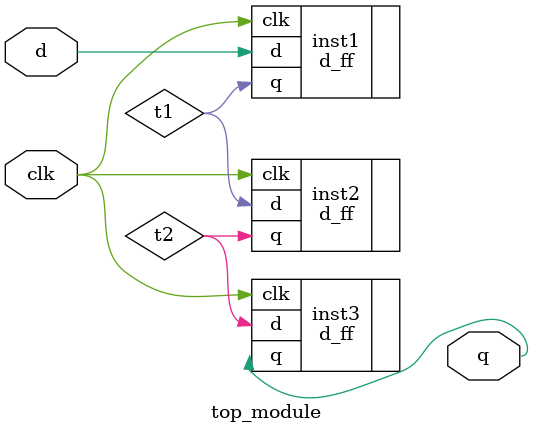
<source format=v>
module top_module(
    input clk,
    input d,
    output q);
    wire t1,t2;     // for the outputs of first two d_ffs
    d_ff inst1(.clk(clk), .d(d), .q(t1));     // simply once see the ckt diagram, then coding will be super easy
    d_ff inst2(.clk(clk), .d(t1), .q(t2));
    d_ff inst3(.clk(clk), .d(t2), .q(q));
endmodule
</source>
